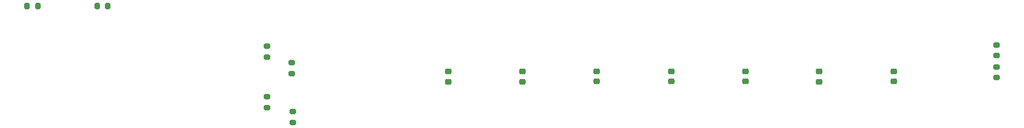
<source format=gbr>
%TF.GenerationSoftware,KiCad,Pcbnew,7.0.5*%
%TF.CreationDate,2024-09-18T03:37:09-04:00*%
%TF.ProjectId,stepper_motor_controller,73746570-7065-4725-9f6d-6f746f725f63,rev?*%
%TF.SameCoordinates,Original*%
%TF.FileFunction,Paste,Top*%
%TF.FilePolarity,Positive*%
%FSLAX46Y46*%
G04 Gerber Fmt 4.6, Leading zero omitted, Abs format (unit mm)*
G04 Created by KiCad (PCBNEW 7.0.5) date 2024-09-18 03:37:09*
%MOMM*%
%LPD*%
G01*
G04 APERTURE LIST*
G04 Aperture macros list*
%AMRoundRect*
0 Rectangle with rounded corners*
0 $1 Rounding radius*
0 $2 $3 $4 $5 $6 $7 $8 $9 X,Y pos of 4 corners*
0 Add a 4 corners polygon primitive as box body*
4,1,4,$2,$3,$4,$5,$6,$7,$8,$9,$2,$3,0*
0 Add four circle primitives for the rounded corners*
1,1,$1+$1,$2,$3*
1,1,$1+$1,$4,$5*
1,1,$1+$1,$6,$7*
1,1,$1+$1,$8,$9*
0 Add four rect primitives between the rounded corners*
20,1,$1+$1,$2,$3,$4,$5,0*
20,1,$1+$1,$4,$5,$6,$7,0*
20,1,$1+$1,$6,$7,$8,$9,0*
20,1,$1+$1,$8,$9,$2,$3,0*%
G04 Aperture macros list end*
%ADD10RoundRect,0.200000X-0.275000X0.200000X-0.275000X-0.200000X0.275000X-0.200000X0.275000X0.200000X0*%
%ADD11RoundRect,0.225000X0.250000X-0.225000X0.250000X0.225000X-0.250000X0.225000X-0.250000X-0.225000X0*%
%ADD12RoundRect,0.200000X0.275000X-0.200000X0.275000X0.200000X-0.275000X0.200000X-0.275000X-0.200000X0*%
%ADD13RoundRect,0.200000X-0.200000X-0.275000X0.200000X-0.275000X0.200000X0.275000X-0.200000X0.275000X0*%
%ADD14RoundRect,0.200000X0.200000X0.275000X-0.200000X0.275000X-0.200000X-0.275000X0.200000X-0.275000X0*%
G04 APERTURE END LIST*
D10*
%TO.C,R7*%
X74416560Y-35929776D03*
X74416560Y-37579776D03*
%TD*%
%TO.C,R6*%
X70485000Y-33655000D03*
X70485000Y-35305000D03*
%TD*%
%TO.C,R4*%
X74295000Y-28385000D03*
X74295000Y-30035000D03*
%TD*%
%TO.C,R3*%
X70485000Y-25845000D03*
X70485000Y-27495000D03*
%TD*%
D11*
%TO.C,C8*%
X167019722Y-31262591D03*
X167019722Y-29712591D03*
%TD*%
%TO.C,C7*%
X155552681Y-31299370D03*
X155552681Y-29749370D03*
%TD*%
%TO.C,C6*%
X144211805Y-31255000D03*
X144211805Y-29705000D03*
%TD*%
%TO.C,C5*%
X132737435Y-31291657D03*
X132737435Y-29741657D03*
%TD*%
%TO.C,C3*%
X121296818Y-31255000D03*
X121296818Y-29705000D03*
%TD*%
%TO.C,C2*%
X109802667Y-31298417D03*
X109802667Y-29748417D03*
%TD*%
%TO.C,C1*%
X98421393Y-31296965D03*
X98421393Y-29746965D03*
%TD*%
D10*
%TO.C,D2*%
X182880000Y-25655000D03*
X182880000Y-27305000D03*
%TD*%
D12*
%TO.C,R2*%
X182880000Y-30670000D03*
X182880000Y-29020000D03*
%TD*%
D13*
%TO.C,R1*%
X33465000Y-19685000D03*
X35115000Y-19685000D03*
%TD*%
D14*
%TO.C,D1*%
X45910000Y-19685000D03*
X44260000Y-19685000D03*
%TD*%
M02*

</source>
